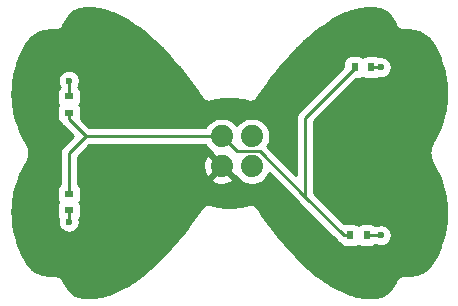
<source format=gbr>
G04 #@! TF.GenerationSoftware,KiCad,Pcbnew,5.1.2*
G04 #@! TF.CreationDate,2019-06-28T20:41:13-07:00*
G04 #@! TF.ProjectId,bow-tie.svg.2019_06_28_19_52_47.0,626f772d-7469-4652-9e73-76672e323031,rev?*
G04 #@! TF.SameCoordinates,Original*
G04 #@! TF.FileFunction,Copper,L2,Bot*
G04 #@! TF.FilePolarity,Positive*
%FSLAX46Y46*%
G04 Gerber Fmt 4.6, Leading zero omitted, Abs format (unit mm)*
G04 Created by KiCad (PCBNEW 5.1.2) date 2019-06-28 20:41:13*
%MOMM*%
%LPD*%
G04 APERTURE LIST*
%ADD10C,1.879600*%
%ADD11R,0.800000X0.600000*%
%ADD12R,0.600000X0.800000*%
%ADD13C,0.600000*%
%ADD14C,0.250000*%
%ADD15C,0.254000*%
G04 APERTURE END LIST*
D10*
X-635000Y1397000D03*
X-635000Y-1143000D03*
X1905000Y1397000D03*
X1905000Y-1143000D03*
D11*
X-13589000Y-4891000D03*
X-13589000Y-3491000D03*
X-13589000Y3364000D03*
X-13589000Y4764000D03*
D12*
X12003000Y7239000D03*
X10603000Y7239000D03*
X10222000Y-6985000D03*
X11622000Y-6985000D03*
D13*
X-13589000Y-5842000D03*
X15748000Y-5842000D03*
X15748000Y6096000D03*
X-10668000Y7239000D03*
X-10668000Y-6985000D03*
X-13589000Y6096000D03*
X12827000Y7239000D03*
X12827000Y-6985000D03*
D14*
X-13589000Y-5842000D02*
X-13589000Y-4891000D01*
X-13589000Y6096000D02*
X-13589000Y4764000D01*
X12003000Y7239000D02*
X12827000Y7239000D01*
X11622000Y-6985000D02*
X12827000Y-6985000D01*
X-12172000Y1397000D02*
X-13589000Y2814000D01*
X-13589000Y2814000D02*
X-13589000Y3364000D01*
X-635000Y1397000D02*
X-12172000Y1397000D01*
X-13589000Y-20000D02*
X-13589000Y-3491000D01*
X-12172000Y1397000D02*
X-13589000Y-20000D01*
X9672000Y-6985000D02*
X10222000Y-6985000D01*
X629801Y132199D02*
X2554801Y132199D01*
X-635000Y1397000D02*
X629801Y132199D01*
X6423500Y2959500D02*
X6423500Y-3736500D01*
X10603000Y7139000D02*
X6423500Y2959500D01*
X10603000Y7239000D02*
X10603000Y7139000D01*
X2554801Y132199D02*
X6423500Y-3736500D01*
X6423500Y-3736500D02*
X9672000Y-6985000D01*
D15*
G36*
X11952867Y12232566D02*
G01*
X12125541Y12225448D01*
X12297458Y12211321D01*
X12469101Y12190051D01*
X12634606Y12162498D01*
X12740391Y12138343D01*
X12839525Y12107630D01*
X12938059Y12068884D01*
X13036000Y12021955D01*
X13133186Y11966714D01*
X13229423Y11903028D01*
X13324395Y11830825D01*
X13417781Y11750034D01*
X13509141Y11660703D01*
X13598076Y11562862D01*
X13684122Y11456642D01*
X13766880Y11342125D01*
X13845872Y11219534D01*
X13920685Y11089037D01*
X13990891Y10950863D01*
X14040205Y10840700D01*
X14043329Y10828947D01*
X14067730Y10779213D01*
X14076549Y10759513D01*
X14082544Y10749021D01*
X14102764Y10707808D01*
X14115947Y10690556D01*
X14126714Y10671710D01*
X14156818Y10637067D01*
X14184689Y10600593D01*
X14200981Y10586246D01*
X14215221Y10569860D01*
X14251507Y10541755D01*
X14285956Y10511420D01*
X14304735Y10500527D01*
X14321898Y10487234D01*
X14362976Y10466746D01*
X14402676Y10443718D01*
X14423219Y10436698D01*
X14442645Y10427009D01*
X14486917Y10414931D01*
X14530360Y10400086D01*
X14551882Y10397208D01*
X14572821Y10391496D01*
X14618598Y10388288D01*
X14630591Y10386684D01*
X14652191Y10385933D01*
X14707423Y10382062D01*
X14719480Y10383594D01*
X14872340Y10378280D01*
X15071453Y10366490D01*
X15269214Y10349549D01*
X15460755Y10327688D01*
X15613651Y10303292D01*
X15758392Y10271083D01*
X15900277Y10230385D01*
X16038961Y10181426D01*
X16174129Y10124423D01*
X16305463Y10059592D01*
X16432581Y9987178D01*
X16555169Y9907393D01*
X16672844Y9820500D01*
X16785245Y9726749D01*
X16892062Y9626356D01*
X16992937Y9519578D01*
X17087518Y9406680D01*
X17175513Y9287849D01*
X17256594Y9163315D01*
X17332425Y9029796D01*
X17489968Y8717524D01*
X17568317Y8550362D01*
X17647591Y8371779D01*
X17725860Y8184790D01*
X17802447Y7989759D01*
X17876740Y7786895D01*
X17948071Y7576571D01*
X18015855Y7358939D01*
X18079439Y7134361D01*
X18138225Y6903035D01*
X18191594Y6665239D01*
X18238931Y6421253D01*
X18279646Y6171255D01*
X18313125Y5915550D01*
X18338777Y5654305D01*
X18355999Y5387826D01*
X18364200Y5116207D01*
X18362780Y4839684D01*
X18351133Y4558421D01*
X18328652Y4272598D01*
X18294717Y3982352D01*
X18248706Y3687842D01*
X18189975Y3389180D01*
X18117874Y3086499D01*
X18031726Y2779890D01*
X17930854Y2469497D01*
X17814544Y2155404D01*
X17682085Y1837746D01*
X17532750Y1516662D01*
X17364218Y1189232D01*
X17275537Y1028830D01*
X17189893Y880877D01*
X17185266Y874098D01*
X17173061Y851798D01*
X17160301Y829755D01*
X17156900Y822270D01*
X17140984Y793190D01*
X17129209Y773146D01*
X17124844Y763701D01*
X17119847Y754572D01*
X17110738Y733183D01*
X17090801Y690048D01*
X17080471Y669390D01*
X17076707Y659556D01*
X17072280Y649977D01*
X17064679Y628126D01*
X17047972Y584473D01*
X17039083Y563247D01*
X17035945Y553046D01*
X17032137Y543096D01*
X17026069Y520941D01*
X17012486Y476786D01*
X17005078Y455150D01*
X17002601Y444653D01*
X16999431Y434347D01*
X16994883Y411940D01*
X16984393Y367478D01*
X16978466Y345505D01*
X16976675Y334769D01*
X16974174Y324168D01*
X16971143Y301604D01*
X16963691Y256927D01*
X16959245Y234681D01*
X16958161Y223773D01*
X16956357Y212959D01*
X16954836Y190320D01*
X16950379Y145487D01*
X16947420Y123056D01*
X16947057Y112065D01*
X16945967Y101095D01*
X16945947Y78440D01*
X16944466Y33578D01*
X16942992Y11001D01*
X16943356Y-21D01*
X16942992Y-11049D01*
X16944466Y-33626D01*
X16945947Y-78488D01*
X16945967Y-101143D01*
X16947057Y-112109D01*
X16947420Y-123104D01*
X16950379Y-145535D01*
X16954836Y-190368D01*
X16956357Y-213007D01*
X16958161Y-223821D01*
X16959245Y-234729D01*
X16963691Y-256975D01*
X16971143Y-301652D01*
X16974174Y-324216D01*
X16976675Y-334817D01*
X16978466Y-345553D01*
X16984393Y-367526D01*
X16994883Y-411988D01*
X16999431Y-434395D01*
X17002601Y-444701D01*
X17005078Y-455198D01*
X17012486Y-476834D01*
X17026069Y-520989D01*
X17032137Y-543144D01*
X17035945Y-553094D01*
X17039083Y-563295D01*
X17047972Y-584521D01*
X17064679Y-628174D01*
X17072280Y-650025D01*
X17076707Y-659604D01*
X17080471Y-669438D01*
X17090801Y-690096D01*
X17110738Y-733231D01*
X17119847Y-754620D01*
X17124844Y-763749D01*
X17129209Y-773194D01*
X17140984Y-793238D01*
X17156900Y-822319D01*
X17160302Y-829805D01*
X17173063Y-851850D01*
X17185266Y-874146D01*
X17189893Y-880924D01*
X17275542Y-1028887D01*
X17364222Y-1189286D01*
X17532740Y-1516694D01*
X17682078Y-1837787D01*
X17814528Y-2155426D01*
X17930825Y-2469495D01*
X18031700Y-2779910D01*
X18117834Y-3086486D01*
X18189934Y-3389183D01*
X18248656Y-3687837D01*
X18294658Y-3982341D01*
X18328584Y-4272579D01*
X18351054Y-4558360D01*
X18362692Y-4839614D01*
X18364106Y-5116134D01*
X18355899Y-5387744D01*
X18338668Y-5654242D01*
X18313010Y-5915473D01*
X18279524Y-6171191D01*
X18238814Y-6421134D01*
X18191469Y-6665140D01*
X18138099Y-6902941D01*
X18079312Y-7134273D01*
X18015716Y-7358899D01*
X17947946Y-7576504D01*
X17876606Y-7786872D01*
X17802329Y-7989725D01*
X17725750Y-8184772D01*
X17647484Y-8371798D01*
X17568208Y-8550433D01*
X17489883Y-8717601D01*
X17332415Y-9029857D01*
X17256632Y-9163250D01*
X17175550Y-9287759D01*
X17087546Y-9406583D01*
X16992948Y-9519492D01*
X16892061Y-9626275D01*
X16785248Y-9726666D01*
X16672816Y-9820448D01*
X16555133Y-9907357D01*
X16432538Y-9987157D01*
X16305408Y-10059592D01*
X16174076Y-10124436D01*
X16038897Y-10181457D01*
X15900226Y-10230424D01*
X15758361Y-10271126D01*
X15613640Y-10303339D01*
X15460802Y-10327728D01*
X15268967Y-10349587D01*
X15070719Y-10366746D01*
X14871758Y-10378751D01*
X14719299Y-10384136D01*
X14707433Y-10382628D01*
X14651995Y-10386513D01*
X14630213Y-10387282D01*
X14618422Y-10388865D01*
X14572831Y-10392060D01*
X14551698Y-10397825D01*
X14529989Y-10400740D01*
X14486748Y-10415543D01*
X14442655Y-10427571D01*
X14423053Y-10437348D01*
X14402329Y-10444442D01*
X14362814Y-10467392D01*
X14321907Y-10487794D01*
X14304586Y-10501209D01*
X14285647Y-10512209D01*
X14251362Y-10542433D01*
X14215229Y-10570419D01*
X14200861Y-10586952D01*
X14184429Y-10601438D01*
X14156697Y-10637773D01*
X14126720Y-10672267D01*
X14115855Y-10691283D01*
X14102563Y-10708698D01*
X14082456Y-10749737D01*
X14076553Y-10760069D01*
X14067643Y-10779971D01*
X14043196Y-10829870D01*
X14040131Y-10841429D01*
X13990894Y-10951414D01*
X13920705Y-11089542D01*
X13845901Y-11220003D01*
X13766918Y-11342555D01*
X13684190Y-11456998D01*
X13598145Y-11563182D01*
X13509227Y-11660969D01*
X13417880Y-11750251D01*
X13324522Y-11830981D01*
X13229551Y-11903150D01*
X13133309Y-11966807D01*
X13036112Y-12022026D01*
X12938175Y-12068930D01*
X12839606Y-12107673D01*
X12740434Y-12138388D01*
X12634634Y-12162542D01*
X12470415Y-12189874D01*
X12300001Y-12211006D01*
X12129240Y-12225091D01*
X11958052Y-12232257D01*
X11786379Y-12232616D01*
X11614154Y-12226271D01*
X11441345Y-12213316D01*
X11267885Y-12193834D01*
X11093786Y-12167910D01*
X10919076Y-12135628D01*
X10743698Y-12097059D01*
X10567770Y-12052304D01*
X10391281Y-12001440D01*
X10214281Y-11944560D01*
X10036861Y-11881773D01*
X9859076Y-11813179D01*
X9680966Y-11738878D01*
X9502665Y-11659012D01*
X9324219Y-11573689D01*
X9145637Y-11483000D01*
X8967167Y-11387163D01*
X8788765Y-11286251D01*
X8610535Y-11180418D01*
X8432593Y-11069829D01*
X8254960Y-10954597D01*
X8080221Y-10836563D01*
X7724876Y-10582582D01*
X7374818Y-10314525D01*
X7027965Y-10031780D01*
X6684906Y-9735676D01*
X6346230Y-9427590D01*
X6012473Y-9108882D01*
X5684105Y-8780871D01*
X5361617Y-8444917D01*
X5045521Y-8102421D01*
X4736289Y-7754757D01*
X4434345Y-7403263D01*
X4140144Y-7049315D01*
X3854170Y-6694341D01*
X3576828Y-6339686D01*
X3308466Y-5986613D01*
X3049598Y-5636617D01*
X2800668Y-5291109D01*
X2562001Y-4951343D01*
X2335895Y-4621434D01*
X2302864Y-4571014D01*
X2274155Y-4541778D01*
X2247784Y-4510406D01*
X2226991Y-4493748D01*
X2208324Y-4474738D01*
X2174458Y-4451661D01*
X2142477Y-4426040D01*
X2118833Y-4413758D01*
X2096817Y-4398756D01*
X2059106Y-4382732D01*
X2022735Y-4363839D01*
X1997148Y-4356405D01*
X1972631Y-4345988D01*
X1932515Y-4337628D01*
X1893160Y-4326195D01*
X1866617Y-4323896D01*
X1840535Y-4318461D01*
X1799562Y-4318088D01*
X1758731Y-4314552D01*
X1732246Y-4317476D01*
X1705607Y-4317234D01*
X1665342Y-4324863D01*
X1624613Y-4329360D01*
X1567156Y-4347531D01*
X1387737Y-4400181D01*
X1212277Y-4444510D01*
X1035323Y-4482147D01*
X857049Y-4513063D01*
X677682Y-4537223D01*
X497394Y-4554596D01*
X316428Y-4565146D01*
X145879Y-4568622D01*
X101013Y-4566403D01*
X100804Y-4566351D01*
X34560Y-4563118D01*
X246Y-4561421D01*
X24Y-4561432D01*
X-199Y-4561421D01*
X-34526Y-4563118D01*
X-100756Y-4566351D01*
X-100965Y-4566403D01*
X-145834Y-4568622D01*
X-316351Y-4565145D01*
X-497345Y-4554592D01*
X-677626Y-4537220D01*
X-856988Y-4513062D01*
X-1035289Y-4482142D01*
X-1212236Y-4444508D01*
X-1387673Y-4400185D01*
X-1567096Y-4347535D01*
X-1624564Y-4329360D01*
X-1665291Y-4324864D01*
X-1705559Y-4317234D01*
X-1732204Y-4317476D01*
X-1758683Y-4314553D01*
X-1799501Y-4318088D01*
X-1840486Y-4318461D01*
X-1866575Y-4323898D01*
X-1893112Y-4326196D01*
X-1932457Y-4337627D01*
X-1972582Y-4345988D01*
X-1997104Y-4356408D01*
X-2022687Y-4363840D01*
X-2059055Y-4382731D01*
X-2096768Y-4398756D01*
X-2118782Y-4413757D01*
X-2142429Y-4426040D01*
X-2174414Y-4451665D01*
X-2208275Y-4474738D01*
X-2226942Y-4493747D01*
X-2247735Y-4510406D01*
X-2274106Y-4541778D01*
X-2302815Y-4571014D01*
X-2335847Y-4621436D01*
X-2561900Y-4951268D01*
X-2800619Y-5291109D01*
X-3049609Y-5636700D01*
X-3308446Y-5986652D01*
X-3576794Y-6339706D01*
X-3854144Y-6694371D01*
X-4140149Y-7049380D01*
X-4434316Y-7403285D01*
X-4736239Y-7754755D01*
X-5045496Y-8102446D01*
X-5361591Y-8444941D01*
X-5684055Y-8780869D01*
X-6012425Y-9108882D01*
X-6346182Y-9427590D01*
X-6684876Y-9735693D01*
X-7027899Y-10031765D01*
X-7374749Y-10314509D01*
X-7724835Y-10582586D01*
X-8080175Y-10836564D01*
X-8254907Y-10954594D01*
X-8432520Y-11069814D01*
X-8610497Y-11180424D01*
X-8788717Y-11286251D01*
X-8967103Y-11387154D01*
X-9145609Y-11483011D01*
X-9324170Y-11573689D01*
X-9502600Y-11659004D01*
X-9680922Y-11738881D01*
X-9859038Y-11813183D01*
X-10036817Y-11881774D01*
X-10214233Y-11944560D01*
X-10391219Y-12001436D01*
X-10567711Y-12052301D01*
X-10743641Y-12097057D01*
X-10919029Y-12135629D01*
X-11093735Y-12167909D01*
X-11267834Y-12193833D01*
X-11441290Y-12213315D01*
X-11614127Y-12226271D01*
X-11786330Y-12232616D01*
X-11958003Y-12232257D01*
X-12129193Y-12225091D01*
X-12299950Y-12211006D01*
X-12470364Y-12189874D01*
X-12634584Y-12162542D01*
X-12740383Y-12138388D01*
X-12839557Y-12107673D01*
X-12938125Y-12068931D01*
X-13036069Y-12022022D01*
X-13133266Y-11966803D01*
X-13229500Y-11903151D01*
X-13324477Y-11830977D01*
X-13417836Y-11750247D01*
X-13509179Y-11660969D01*
X-13598097Y-11563182D01*
X-13684140Y-11457000D01*
X-13766879Y-11342541D01*
X-13845859Y-11219995D01*
X-13920651Y-11089554D01*
X-13990853Y-10951400D01*
X-14040083Y-10841431D01*
X-14043150Y-10829867D01*
X-14067606Y-10779952D01*
X-14076508Y-10760067D01*
X-14082409Y-10749740D01*
X-14102518Y-10708696D01*
X-14115807Y-10691285D01*
X-14126674Y-10672265D01*
X-14156656Y-10637764D01*
X-14184384Y-10601436D01*
X-14200815Y-10586951D01*
X-14215184Y-10570417D01*
X-14251317Y-10542432D01*
X-14285603Y-10512207D01*
X-14304546Y-10501205D01*
X-14321863Y-10487793D01*
X-14362758Y-10467397D01*
X-14402285Y-10444440D01*
X-14423014Y-10437344D01*
X-14442611Y-10427570D01*
X-14486699Y-10415543D01*
X-14529945Y-10400739D01*
X-14551653Y-10397824D01*
X-14572787Y-10392059D01*
X-14618384Y-10388864D01*
X-14630168Y-10387282D01*
X-14651939Y-10386513D01*
X-14707390Y-10382628D01*
X-14719257Y-10384136D01*
X-14871712Y-10378752D01*
X-15070687Y-10366746D01*
X-15268914Y-10349588D01*
X-15460753Y-10327728D01*
X-15613592Y-10303339D01*
X-15758315Y-10271126D01*
X-15900168Y-10230427D01*
X-16038852Y-10181456D01*
X-16174033Y-10124434D01*
X-16305358Y-10059593D01*
X-16432494Y-9987154D01*
X-16555084Y-9907358D01*
X-16672762Y-9820452D01*
X-16785199Y-9726665D01*
X-16892015Y-9626273D01*
X-16992895Y-9519497D01*
X-17087499Y-9406581D01*
X-17175500Y-9287761D01*
X-17256587Y-9163245D01*
X-17332366Y-9029856D01*
X-17489830Y-8717611D01*
X-17568159Y-8550433D01*
X-17647436Y-8371794D01*
X-17725684Y-8184816D01*
X-17802278Y-7989732D01*
X-17876560Y-7786866D01*
X-17947900Y-7576494D01*
X-18015664Y-7358913D01*
X-18079259Y-7134289D01*
X-18138051Y-6902939D01*
X-18191420Y-6665145D01*
X-18238765Y-6421138D01*
X-18279475Y-6171198D01*
X-18312962Y-5915475D01*
X-18338620Y-5654244D01*
X-18355851Y-5387743D01*
X-18364058Y-5116134D01*
X-18362644Y-4839615D01*
X-18351006Y-4558360D01*
X-18328536Y-4272577D01*
X-18294610Y-3982339D01*
X-18248608Y-3687843D01*
X-18189885Y-3389185D01*
X-18117786Y-3086487D01*
X-18031652Y-2779912D01*
X-17930780Y-2469508D01*
X-17814474Y-2155415D01*
X-17682023Y-1837772D01*
X-17532699Y-1516709D01*
X-17364162Y-1189267D01*
X-17275490Y-1028879D01*
X-17189848Y-880929D01*
X-17185218Y-874146D01*
X-17173004Y-851830D01*
X-17160254Y-829804D01*
X-17156855Y-822326D01*
X-17140930Y-793229D01*
X-17129161Y-773194D01*
X-17124798Y-763755D01*
X-17119799Y-754621D01*
X-17110689Y-733228D01*
X-17090761Y-690113D01*
X-17080422Y-669438D01*
X-17076654Y-659592D01*
X-17072232Y-650025D01*
X-17064638Y-628194D01*
X-17047919Y-584509D01*
X-17039035Y-563295D01*
X-17035897Y-553095D01*
X-17032089Y-543144D01*
X-17026021Y-520989D01*
X-17012438Y-476834D01*
X-17005030Y-455198D01*
X-17002553Y-444701D01*
X-16999383Y-434395D01*
X-16994835Y-411988D01*
X-16984341Y-367512D01*
X-16978416Y-345543D01*
X-16976627Y-334815D01*
X-16974126Y-324216D01*
X-16971094Y-301641D01*
X-16963644Y-256975D01*
X-16959198Y-234729D01*
X-16958113Y-223813D01*
X-16956309Y-212997D01*
X-16954789Y-190367D01*
X-16950332Y-145533D01*
X-16947374Y-123114D01*
X-16947011Y-112119D01*
X-16945920Y-101145D01*
X-16945900Y-78488D01*
X-16944418Y-33623D01*
X-16942944Y-11039D01*
X-16943308Y-21D01*
X-16942944Y10991D01*
X-16944418Y33575D01*
X-16945900Y78440D01*
X-16945920Y101097D01*
X-16947011Y112071D01*
X-16947374Y123066D01*
X-16950332Y145485D01*
X-16954789Y190319D01*
X-16956309Y212949D01*
X-16958113Y223765D01*
X-16959198Y234681D01*
X-16963644Y256927D01*
X-16971094Y301593D01*
X-16974126Y324168D01*
X-16976627Y334767D01*
X-16978416Y345495D01*
X-16984341Y367464D01*
X-16994835Y411940D01*
X-16999383Y434347D01*
X-17002553Y444653D01*
X-17005030Y455150D01*
X-17012438Y476786D01*
X-17026021Y520941D01*
X-17032089Y543096D01*
X-17035897Y553047D01*
X-17039035Y563247D01*
X-17047919Y584461D01*
X-17064638Y628146D01*
X-17072232Y649977D01*
X-17076654Y659544D01*
X-17080422Y669390D01*
X-17090761Y690065D01*
X-17110689Y733180D01*
X-17119799Y754573D01*
X-17124798Y763707D01*
X-17129161Y773146D01*
X-17140930Y793181D01*
X-17156858Y822282D01*
X-17160254Y829755D01*
X-17172995Y851766D01*
X-17185218Y874098D01*
X-17189850Y880884D01*
X-17275486Y1028824D01*
X-17364170Y1189232D01*
X-17532698Y1516655D01*
X-17682030Y1837731D01*
X-17814489Y2155386D01*
X-17930804Y2469493D01*
X-18031676Y2779886D01*
X-18117823Y3086489D01*
X-18189925Y3389172D01*
X-18248658Y3687844D01*
X-18294669Y3982352D01*
X-18328602Y4272586D01*
X-18351085Y4558430D01*
X-18362732Y4839684D01*
X-18363883Y5064000D01*
X-14627072Y5064000D01*
X-14627072Y4464000D01*
X-14614812Y4339518D01*
X-14578502Y4219820D01*
X-14519537Y4109506D01*
X-14482191Y4064000D01*
X-14519537Y4018494D01*
X-14578502Y3908180D01*
X-14614812Y3788482D01*
X-14627072Y3664000D01*
X-14627072Y3064000D01*
X-14614812Y2939518D01*
X-14578502Y2819820D01*
X-14519537Y2709506D01*
X-14440185Y2612815D01*
X-14343494Y2533463D01*
X-14283729Y2501518D01*
X-14223974Y2389724D01*
X-14196991Y2356846D01*
X-14129001Y2273999D01*
X-14099997Y2250196D01*
X-13246802Y1397000D01*
X-14099997Y543804D01*
X-14129001Y520001D01*
X-14171753Y467907D01*
X-14223974Y404276D01*
X-14291873Y277246D01*
X-14294546Y272246D01*
X-14338003Y128985D01*
X-14349000Y17332D01*
X-14349000Y17322D01*
X-14352676Y-20000D01*
X-14349000Y-57323D01*
X-14348999Y-2664981D01*
X-14440185Y-2739815D01*
X-14519537Y-2836506D01*
X-14578502Y-2946820D01*
X-14614812Y-3066518D01*
X-14627072Y-3191000D01*
X-14627072Y-3791000D01*
X-14614812Y-3915482D01*
X-14578502Y-4035180D01*
X-14519537Y-4145494D01*
X-14482191Y-4191000D01*
X-14519537Y-4236506D01*
X-14578502Y-4346820D01*
X-14614812Y-4466518D01*
X-14627072Y-4591000D01*
X-14627072Y-5191000D01*
X-14614812Y-5315482D01*
X-14578502Y-5435180D01*
X-14519537Y-5545494D01*
X-14490400Y-5580997D01*
X-14524000Y-5749911D01*
X-14524000Y-5934089D01*
X-14488068Y-6114729D01*
X-14417586Y-6284889D01*
X-14315262Y-6438028D01*
X-14185028Y-6568262D01*
X-14031889Y-6670586D01*
X-13861729Y-6741068D01*
X-13681089Y-6777000D01*
X-13496911Y-6777000D01*
X-13316271Y-6741068D01*
X-13146111Y-6670586D01*
X-12992972Y-6568262D01*
X-12862738Y-6438028D01*
X-12760414Y-6284889D01*
X-12689932Y-6114729D01*
X-12654000Y-5934089D01*
X-12654000Y-5749911D01*
X-12687600Y-5580997D01*
X-12658463Y-5545494D01*
X-12599498Y-5435180D01*
X-12563188Y-5315482D01*
X-12550928Y-5191000D01*
X-12550928Y-4591000D01*
X-12563188Y-4466518D01*
X-12599498Y-4346820D01*
X-12658463Y-4236506D01*
X-12695809Y-4191000D01*
X-12658463Y-4145494D01*
X-12599498Y-4035180D01*
X-12563188Y-3915482D01*
X-12550928Y-3791000D01*
X-12550928Y-3191000D01*
X-12563188Y-3066518D01*
X-12599498Y-2946820D01*
X-12658463Y-2836506D01*
X-12737815Y-2739815D01*
X-12829000Y-2664982D01*
X-12829000Y-2235476D01*
X-1547871Y-2235476D01*
X-1459377Y-2493723D01*
X-1180024Y-2628597D01*
X-879725Y-2706381D01*
X-570023Y-2724084D01*
X-262816Y-2681027D01*
X30086Y-2578865D01*
X189377Y-2493723D01*
X277871Y-2235476D01*
X-635000Y-1322605D01*
X-1547871Y-2235476D01*
X-12829000Y-2235476D01*
X-12829000Y-1207977D01*
X-2216084Y-1207977D01*
X-2173027Y-1515184D01*
X-2070865Y-1808086D01*
X-1985723Y-1967377D01*
X-1727476Y-2055871D01*
X-814605Y-1143000D01*
X-1727476Y-230129D01*
X-1985723Y-318623D01*
X-2120597Y-597976D01*
X-2198381Y-898275D01*
X-2216084Y-1207977D01*
X-12829000Y-1207977D01*
X-12829000Y-334801D01*
X-11857198Y637000D01*
X-2021181Y637000D01*
X-1858227Y393123D01*
X-1638877Y173773D01*
X-1502286Y82505D01*
X-1547871Y-50524D01*
X-635000Y-963395D01*
X-620858Y-949253D01*
X-441253Y-1128858D01*
X-455395Y-1143000D01*
X457476Y-2055871D01*
X590505Y-2010286D01*
X681773Y-2146877D01*
X901123Y-2366227D01*
X1159052Y-2538570D01*
X1445648Y-2657282D01*
X1749896Y-2717800D01*
X2060104Y-2717800D01*
X2364352Y-2657282D01*
X2650948Y-2538570D01*
X2908877Y-2366227D01*
X3128227Y-2146877D01*
X3300570Y-1888948D01*
X3359318Y-1747119D01*
X5859706Y-4247508D01*
X5883500Y-4276501D01*
X5912493Y-4300295D01*
X9108201Y-7496003D01*
X9131999Y-7525001D01*
X9247724Y-7619974D01*
X9359518Y-7679730D01*
X9391463Y-7739494D01*
X9470815Y-7836185D01*
X9567506Y-7915537D01*
X9677820Y-7974502D01*
X9797518Y-8010812D01*
X9922000Y-8023072D01*
X10522000Y-8023072D01*
X10646482Y-8010812D01*
X10766180Y-7974502D01*
X10876494Y-7915537D01*
X10922000Y-7878191D01*
X10967506Y-7915537D01*
X11077820Y-7974502D01*
X11197518Y-8010812D01*
X11322000Y-8023072D01*
X11922000Y-8023072D01*
X12046482Y-8010812D01*
X12166180Y-7974502D01*
X12276494Y-7915537D01*
X12373185Y-7836185D01*
X12389798Y-7815942D01*
X12554271Y-7884068D01*
X12734911Y-7920000D01*
X12919089Y-7920000D01*
X13099729Y-7884068D01*
X13269889Y-7813586D01*
X13423028Y-7711262D01*
X13553262Y-7581028D01*
X13655586Y-7427889D01*
X13726068Y-7257729D01*
X13762000Y-7077089D01*
X13762000Y-6892911D01*
X13726068Y-6712271D01*
X13655586Y-6542111D01*
X13553262Y-6388972D01*
X13423028Y-6258738D01*
X13269889Y-6156414D01*
X13099729Y-6085932D01*
X12919089Y-6050000D01*
X12734911Y-6050000D01*
X12554271Y-6085932D01*
X12389798Y-6154058D01*
X12373185Y-6133815D01*
X12276494Y-6054463D01*
X12166180Y-5995498D01*
X12046482Y-5959188D01*
X11922000Y-5946928D01*
X11322000Y-5946928D01*
X11197518Y-5959188D01*
X11077820Y-5995498D01*
X10967506Y-6054463D01*
X10922000Y-6091809D01*
X10876494Y-6054463D01*
X10766180Y-5995498D01*
X10646482Y-5959188D01*
X10522000Y-5946928D01*
X9922000Y-5946928D01*
X9797518Y-5959188D01*
X9738801Y-5977000D01*
X7183500Y-3421699D01*
X7183500Y2644699D01*
X10739730Y6200928D01*
X10903000Y6200928D01*
X11027482Y6213188D01*
X11147180Y6249498D01*
X11257494Y6308463D01*
X11303000Y6345809D01*
X11348506Y6308463D01*
X11458820Y6249498D01*
X11578518Y6213188D01*
X11703000Y6200928D01*
X12303000Y6200928D01*
X12427482Y6213188D01*
X12547180Y6249498D01*
X12657494Y6308463D01*
X12668220Y6317266D01*
X12734911Y6304000D01*
X12919089Y6304000D01*
X13099729Y6339932D01*
X13269889Y6410414D01*
X13423028Y6512738D01*
X13553262Y6642972D01*
X13655586Y6796111D01*
X13726068Y6966271D01*
X13762000Y7146911D01*
X13762000Y7331089D01*
X13726068Y7511729D01*
X13655586Y7681889D01*
X13553262Y7835028D01*
X13423028Y7965262D01*
X13269889Y8067586D01*
X13099729Y8138068D01*
X12919089Y8174000D01*
X12734911Y8174000D01*
X12668220Y8160734D01*
X12657494Y8169537D01*
X12547180Y8228502D01*
X12427482Y8264812D01*
X12303000Y8277072D01*
X11703000Y8277072D01*
X11578518Y8264812D01*
X11458820Y8228502D01*
X11348506Y8169537D01*
X11303000Y8132191D01*
X11257494Y8169537D01*
X11147180Y8228502D01*
X11027482Y8264812D01*
X10903000Y8277072D01*
X10303000Y8277072D01*
X10178518Y8264812D01*
X10058820Y8228502D01*
X9948506Y8169537D01*
X9851815Y8090185D01*
X9772463Y7993494D01*
X9713498Y7883180D01*
X9677188Y7763482D01*
X9664928Y7639000D01*
X9664928Y7275730D01*
X5912503Y3523304D01*
X5883499Y3499501D01*
X5830683Y3435144D01*
X5788526Y3383776D01*
X5737689Y3288667D01*
X5717954Y3251746D01*
X5674497Y3108485D01*
X5663500Y2996832D01*
X5663500Y2996822D01*
X5659824Y2959500D01*
X5663500Y2922177D01*
X5663501Y-1901699D01*
X3224538Y537263D01*
X3300570Y651052D01*
X3419282Y937648D01*
X3479800Y1241896D01*
X3479800Y1552104D01*
X3419282Y1856352D01*
X3300570Y2142948D01*
X3128227Y2400877D01*
X2908877Y2620227D01*
X2650948Y2792570D01*
X2364352Y2911282D01*
X2060104Y2971800D01*
X1749896Y2971800D01*
X1445648Y2911282D01*
X1159052Y2792570D01*
X901123Y2620227D01*
X681773Y2400877D01*
X635000Y2330876D01*
X588227Y2400877D01*
X368877Y2620227D01*
X110948Y2792570D01*
X-175648Y2911282D01*
X-479896Y2971800D01*
X-790104Y2971800D01*
X-1094352Y2911282D01*
X-1380948Y2792570D01*
X-1638877Y2620227D01*
X-1858227Y2400877D01*
X-2021181Y2157000D01*
X-11857198Y2157000D01*
X-12581000Y2880801D01*
X-12563188Y2939518D01*
X-12550928Y3064000D01*
X-12550928Y3664000D01*
X-12563188Y3788482D01*
X-12599498Y3908180D01*
X-12658463Y4018494D01*
X-12695809Y4064000D01*
X-12658463Y4109506D01*
X-12599498Y4219820D01*
X-12563188Y4339518D01*
X-12550928Y4464000D01*
X-12550928Y5064000D01*
X-12563188Y5188482D01*
X-12599498Y5308180D01*
X-12658463Y5418494D01*
X-12737815Y5515185D01*
X-12811931Y5576010D01*
X-12760414Y5653111D01*
X-12689932Y5823271D01*
X-12654000Y6003911D01*
X-12654000Y6188089D01*
X-12689932Y6368729D01*
X-12760414Y6538889D01*
X-12862738Y6692028D01*
X-12992972Y6822262D01*
X-13146111Y6924586D01*
X-13316271Y6995068D01*
X-13496911Y7031000D01*
X-13681089Y7031000D01*
X-13861729Y6995068D01*
X-14031889Y6924586D01*
X-14185028Y6822262D01*
X-14315262Y6692028D01*
X-14417586Y6538889D01*
X-14488068Y6368729D01*
X-14524000Y6188089D01*
X-14524000Y6003911D01*
X-14488068Y5823271D01*
X-14417586Y5653111D01*
X-14366069Y5576010D01*
X-14440185Y5515185D01*
X-14519537Y5418494D01*
X-14578502Y5308180D01*
X-14614812Y5188482D01*
X-14627072Y5064000D01*
X-18363883Y5064000D01*
X-18364152Y5116207D01*
X-18355951Y5387826D01*
X-18338729Y5654308D01*
X-18313075Y5915566D01*
X-18279594Y6171277D01*
X-18238885Y6421246D01*
X-18191545Y6665244D01*
X-18138177Y6903033D01*
X-18079391Y7134360D01*
X-18015804Y7358947D01*
X-17948023Y7576569D01*
X-17876668Y7786960D01*
X-17802395Y7989767D01*
X-17725812Y8184790D01*
X-17647549Y8371764D01*
X-17568251Y8550399D01*
X-17489926Y8717509D01*
X-17332369Y9029807D01*
X-17256544Y9163316D01*
X-17175464Y9287849D01*
X-17087470Y9406679D01*
X-16992878Y9519590D01*
X-16892018Y9626351D01*
X-16785206Y9726739D01*
X-16672781Y9820510D01*
X-16555112Y9907399D01*
X-16432538Y9987174D01*
X-16305412Y10059593D01*
X-16174080Y10124423D01*
X-16038912Y10181426D01*
X-15900224Y10230386D01*
X-15758340Y10271083D01*
X-15613604Y10303292D01*
X-15460704Y10327689D01*
X-15269163Y10349550D01*
X-15071404Y10366490D01*
X-14872293Y10378280D01*
X-14719436Y10383594D01*
X-14707379Y10382062D01*
X-14652138Y10385933D01*
X-14630544Y10386684D01*
X-14618558Y10388287D01*
X-14572777Y10391495D01*
X-14551833Y10397209D01*
X-14530313Y10400086D01*
X-14486881Y10414927D01*
X-14442601Y10427007D01*
X-14423171Y10436698D01*
X-14402628Y10443718D01*
X-14362930Y10466744D01*
X-14321854Y10487232D01*
X-14304690Y10500526D01*
X-14285909Y10511420D01*
X-14251457Y10541758D01*
X-14215177Y10569858D01*
X-14200938Y10586243D01*
X-14184642Y10600593D01*
X-14156768Y10637071D01*
X-14126669Y10671707D01*
X-14115902Y10690551D01*
X-14102716Y10707808D01*
X-14082496Y10749022D01*
X-14076503Y10759510D01*
X-14067683Y10779213D01*
X-14043282Y10828947D01*
X-14040159Y10840697D01*
X-13990842Y10950864D01*
X-13920643Y11089028D01*
X-13845825Y11219533D01*
X-13766835Y11342121D01*
X-13684076Y11456640D01*
X-13598023Y11562868D01*
X-13509095Y11660701D01*
X-13417722Y11750045D01*
X-13324355Y11830818D01*
X-13229373Y11903029D01*
X-13133148Y11966707D01*
X-13035945Y12021958D01*
X-12938010Y12068884D01*
X-12839476Y12107630D01*
X-12740342Y12138343D01*
X-12634556Y12162499D01*
X-12469037Y12190053D01*
X-12297407Y12211321D01*
X-12125494Y12225448D01*
X-11953628Y12232533D01*
X-11934074Y12232533D01*
X-11933270Y12232612D01*
X-11792272Y12232944D01*
X-11630721Y12227421D01*
X-11468660Y12216073D01*
X-11306027Y12198970D01*
X-11142863Y12176186D01*
X-10979106Y12147779D01*
X-10814843Y12113829D01*
X-10650029Y12074395D01*
X-10484695Y12029546D01*
X-10318946Y11979375D01*
X-10152752Y11923941D01*
X-9986207Y11863339D01*
X-9819375Y11797662D01*
X-9652251Y11726977D01*
X-9484965Y11651406D01*
X-9317559Y11571045D01*
X-9150113Y11486004D01*
X-8982652Y11396373D01*
X-8815323Y11302306D01*
X-8650856Y11205492D01*
X-8314295Y10994291D01*
X-7982059Y10769016D01*
X-7651768Y10528879D01*
X-7323871Y10274891D01*
X-6998967Y10008220D01*
X-6677440Y9729891D01*
X-6359763Y9441028D01*
X-6046371Y9142745D01*
X-5737708Y8836183D01*
X-5434157Y8522443D01*
X-5136136Y8202677D01*
X-4844023Y7878000D01*
X-4558164Y7549510D01*
X-4279005Y7218423D01*
X-4006847Y6885797D01*
X-3742026Y6552732D01*
X-3484996Y6220490D01*
X-3236026Y5890101D01*
X-2995518Y5562767D01*
X-2763719Y5239494D01*
X-2541079Y4921563D01*
X-2329512Y4612416D01*
X-2296030Y4561457D01*
X-2267766Y4532752D01*
X-2241869Y4501902D01*
X-2220545Y4484795D01*
X-2201359Y4465309D01*
X-2168037Y4442669D01*
X-2136620Y4417464D01*
X-2112366Y4404844D01*
X-2089750Y4389478D01*
X-2052655Y4373775D01*
X-2016921Y4355182D01*
X-1990670Y4347536D01*
X-1965492Y4336878D01*
X-1926042Y4328713D01*
X-1887372Y4317450D01*
X-1860138Y4315072D01*
X-1833359Y4309530D01*
X-1793076Y4309218D01*
X-1752950Y4305715D01*
X-1725773Y4308697D01*
X-1698431Y4308485D01*
X-1658861Y4316038D01*
X-1618822Y4320431D01*
X-1560687Y4338774D01*
X-1381328Y4391669D01*
X-1206566Y4436097D01*
X-1030293Y4473885D01*
X-852689Y4505006D01*
X-674020Y4529412D01*
X-494432Y4547084D01*
X-314092Y4557987D01*
X-142445Y4561877D01*
X-33542Y4557323D01*
X-4975Y4555711D01*
X24Y4555920D01*
X5023Y4555711D01*
X33591Y4557324D01*
X142484Y4561877D01*
X314155Y4557984D01*
X494477Y4547082D01*
X674054Y4529412D01*
X852758Y4504999D01*
X1030352Y4473882D01*
X1206637Y4436091D01*
X1381370Y4391670D01*
X1560742Y4338772D01*
X1618871Y4320431D01*
X1658912Y4316038D01*
X1698483Y4308485D01*
X1725822Y4308697D01*
X1752999Y4305715D01*
X1793125Y4309218D01*
X1833412Y4309530D01*
X1860192Y4315073D01*
X1887420Y4317450D01*
X1926087Y4328712D01*
X1965545Y4336879D01*
X1990724Y4347538D01*
X2016970Y4355182D01*
X2052704Y4373775D01*
X2089803Y4389480D01*
X2112420Y4404847D01*
X2136669Y4417464D01*
X2168083Y4442666D01*
X2201412Y4465311D01*
X2220598Y4484797D01*
X2241918Y4501901D01*
X2267815Y4532751D01*
X2296082Y4561460D01*
X2329567Y4612424D01*
X2541155Y4921602D01*
X2763791Y5239526D01*
X2995551Y5562746D01*
X3236101Y5890137D01*
X3485015Y6220452D01*
X3742103Y6552769D01*
X4006897Y6885799D01*
X4279045Y7218413D01*
X4558190Y7549484D01*
X4844071Y7878000D01*
X5136184Y8202677D01*
X5434203Y8522441D01*
X5737779Y8836207D01*
X6046419Y9142745D01*
X6359811Y9441028D01*
X6677488Y9729891D01*
X6999015Y10008220D01*
X7323919Y10274891D01*
X7651798Y10528865D01*
X7982095Y10769009D01*
X8314356Y10994299D01*
X8650888Y11205482D01*
X8815371Y11302306D01*
X8982721Y11396384D01*
X9150156Y11486002D01*
X9317638Y11571060D01*
X9485009Y11651405D01*
X9652308Y11726981D01*
X9819400Y11797653D01*
X9986241Y11863334D01*
X10152812Y11923945D01*
X10318985Y11979373D01*
X10484764Y12029552D01*
X10650082Y12074396D01*
X10814876Y12113826D01*
X10979180Y12147783D01*
X11142914Y12176186D01*
X11306076Y12198970D01*
X11468709Y12216073D01*
X11630767Y12227421D01*
X11792319Y12232944D01*
X11952867Y12232566D01*
X11952867Y12232566D01*
G37*
X11952867Y12232566D02*
X12125541Y12225448D01*
X12297458Y12211321D01*
X12469101Y12190051D01*
X12634606Y12162498D01*
X12740391Y12138343D01*
X12839525Y12107630D01*
X12938059Y12068884D01*
X13036000Y12021955D01*
X13133186Y11966714D01*
X13229423Y11903028D01*
X13324395Y11830825D01*
X13417781Y11750034D01*
X13509141Y11660703D01*
X13598076Y11562862D01*
X13684122Y11456642D01*
X13766880Y11342125D01*
X13845872Y11219534D01*
X13920685Y11089037D01*
X13990891Y10950863D01*
X14040205Y10840700D01*
X14043329Y10828947D01*
X14067730Y10779213D01*
X14076549Y10759513D01*
X14082544Y10749021D01*
X14102764Y10707808D01*
X14115947Y10690556D01*
X14126714Y10671710D01*
X14156818Y10637067D01*
X14184689Y10600593D01*
X14200981Y10586246D01*
X14215221Y10569860D01*
X14251507Y10541755D01*
X14285956Y10511420D01*
X14304735Y10500527D01*
X14321898Y10487234D01*
X14362976Y10466746D01*
X14402676Y10443718D01*
X14423219Y10436698D01*
X14442645Y10427009D01*
X14486917Y10414931D01*
X14530360Y10400086D01*
X14551882Y10397208D01*
X14572821Y10391496D01*
X14618598Y10388288D01*
X14630591Y10386684D01*
X14652191Y10385933D01*
X14707423Y10382062D01*
X14719480Y10383594D01*
X14872340Y10378280D01*
X15071453Y10366490D01*
X15269214Y10349549D01*
X15460755Y10327688D01*
X15613651Y10303292D01*
X15758392Y10271083D01*
X15900277Y10230385D01*
X16038961Y10181426D01*
X16174129Y10124423D01*
X16305463Y10059592D01*
X16432581Y9987178D01*
X16555169Y9907393D01*
X16672844Y9820500D01*
X16785245Y9726749D01*
X16892062Y9626356D01*
X16992937Y9519578D01*
X17087518Y9406680D01*
X17175513Y9287849D01*
X17256594Y9163315D01*
X17332425Y9029796D01*
X17489968Y8717524D01*
X17568317Y8550362D01*
X17647591Y8371779D01*
X17725860Y8184790D01*
X17802447Y7989759D01*
X17876740Y7786895D01*
X17948071Y7576571D01*
X18015855Y7358939D01*
X18079439Y7134361D01*
X18138225Y6903035D01*
X18191594Y6665239D01*
X18238931Y6421253D01*
X18279646Y6171255D01*
X18313125Y5915550D01*
X18338777Y5654305D01*
X18355999Y5387826D01*
X18364200Y5116207D01*
X18362780Y4839684D01*
X18351133Y4558421D01*
X18328652Y4272598D01*
X18294717Y3982352D01*
X18248706Y3687842D01*
X18189975Y3389180D01*
X18117874Y3086499D01*
X18031726Y2779890D01*
X17930854Y2469497D01*
X17814544Y2155404D01*
X17682085Y1837746D01*
X17532750Y1516662D01*
X17364218Y1189232D01*
X17275537Y1028830D01*
X17189893Y880877D01*
X17185266Y874098D01*
X17173061Y851798D01*
X17160301Y829755D01*
X17156900Y822270D01*
X17140984Y793190D01*
X17129209Y773146D01*
X17124844Y763701D01*
X17119847Y754572D01*
X17110738Y733183D01*
X17090801Y690048D01*
X17080471Y669390D01*
X17076707Y659556D01*
X17072280Y649977D01*
X17064679Y628126D01*
X17047972Y584473D01*
X17039083Y563247D01*
X17035945Y553046D01*
X17032137Y543096D01*
X17026069Y520941D01*
X17012486Y476786D01*
X17005078Y455150D01*
X17002601Y444653D01*
X16999431Y434347D01*
X16994883Y411940D01*
X16984393Y367478D01*
X16978466Y345505D01*
X16976675Y334769D01*
X16974174Y324168D01*
X16971143Y301604D01*
X16963691Y256927D01*
X16959245Y234681D01*
X16958161Y223773D01*
X16956357Y212959D01*
X16954836Y190320D01*
X16950379Y145487D01*
X16947420Y123056D01*
X16947057Y112065D01*
X16945967Y101095D01*
X16945947Y78440D01*
X16944466Y33578D01*
X16942992Y11001D01*
X16943356Y-21D01*
X16942992Y-11049D01*
X16944466Y-33626D01*
X16945947Y-78488D01*
X16945967Y-101143D01*
X16947057Y-112109D01*
X16947420Y-123104D01*
X16950379Y-145535D01*
X16954836Y-190368D01*
X16956357Y-213007D01*
X16958161Y-223821D01*
X16959245Y-234729D01*
X16963691Y-256975D01*
X16971143Y-301652D01*
X16974174Y-324216D01*
X16976675Y-334817D01*
X16978466Y-345553D01*
X16984393Y-367526D01*
X16994883Y-411988D01*
X16999431Y-434395D01*
X17002601Y-444701D01*
X17005078Y-455198D01*
X17012486Y-476834D01*
X17026069Y-520989D01*
X17032137Y-543144D01*
X17035945Y-553094D01*
X17039083Y-563295D01*
X17047972Y-584521D01*
X17064679Y-628174D01*
X17072280Y-650025D01*
X17076707Y-659604D01*
X17080471Y-669438D01*
X17090801Y-690096D01*
X17110738Y-733231D01*
X17119847Y-754620D01*
X17124844Y-763749D01*
X17129209Y-773194D01*
X17140984Y-793238D01*
X17156900Y-822319D01*
X17160302Y-829805D01*
X17173063Y-851850D01*
X17185266Y-874146D01*
X17189893Y-880924D01*
X17275542Y-1028887D01*
X17364222Y-1189286D01*
X17532740Y-1516694D01*
X17682078Y-1837787D01*
X17814528Y-2155426D01*
X17930825Y-2469495D01*
X18031700Y-2779910D01*
X18117834Y-3086486D01*
X18189934Y-3389183D01*
X18248656Y-3687837D01*
X18294658Y-3982341D01*
X18328584Y-4272579D01*
X18351054Y-4558360D01*
X18362692Y-4839614D01*
X18364106Y-5116134D01*
X18355899Y-5387744D01*
X18338668Y-5654242D01*
X18313010Y-5915473D01*
X18279524Y-6171191D01*
X18238814Y-6421134D01*
X18191469Y-6665140D01*
X18138099Y-6902941D01*
X18079312Y-7134273D01*
X18015716Y-7358899D01*
X17947946Y-7576504D01*
X17876606Y-7786872D01*
X17802329Y-7989725D01*
X17725750Y-8184772D01*
X17647484Y-8371798D01*
X17568208Y-8550433D01*
X17489883Y-8717601D01*
X17332415Y-9029857D01*
X17256632Y-9163250D01*
X17175550Y-9287759D01*
X17087546Y-9406583D01*
X16992948Y-9519492D01*
X16892061Y-9626275D01*
X16785248Y-9726666D01*
X16672816Y-9820448D01*
X16555133Y-9907357D01*
X16432538Y-9987157D01*
X16305408Y-10059592D01*
X16174076Y-10124436D01*
X16038897Y-10181457D01*
X15900226Y-10230424D01*
X15758361Y-10271126D01*
X15613640Y-10303339D01*
X15460802Y-10327728D01*
X15268967Y-10349587D01*
X15070719Y-10366746D01*
X14871758Y-10378751D01*
X14719299Y-10384136D01*
X14707433Y-10382628D01*
X14651995Y-10386513D01*
X14630213Y-10387282D01*
X14618422Y-10388865D01*
X14572831Y-10392060D01*
X14551698Y-10397825D01*
X14529989Y-10400740D01*
X14486748Y-10415543D01*
X14442655Y-10427571D01*
X14423053Y-10437348D01*
X14402329Y-10444442D01*
X14362814Y-10467392D01*
X14321907Y-10487794D01*
X14304586Y-10501209D01*
X14285647Y-10512209D01*
X14251362Y-10542433D01*
X14215229Y-10570419D01*
X14200861Y-10586952D01*
X14184429Y-10601438D01*
X14156697Y-10637773D01*
X14126720Y-10672267D01*
X14115855Y-10691283D01*
X14102563Y-10708698D01*
X14082456Y-10749737D01*
X14076553Y-10760069D01*
X14067643Y-10779971D01*
X14043196Y-10829870D01*
X14040131Y-10841429D01*
X13990894Y-10951414D01*
X13920705Y-11089542D01*
X13845901Y-11220003D01*
X13766918Y-11342555D01*
X13684190Y-11456998D01*
X13598145Y-11563182D01*
X13509227Y-11660969D01*
X13417880Y-11750251D01*
X13324522Y-11830981D01*
X13229551Y-11903150D01*
X13133309Y-11966807D01*
X13036112Y-12022026D01*
X12938175Y-12068930D01*
X12839606Y-12107673D01*
X12740434Y-12138388D01*
X12634634Y-12162542D01*
X12470415Y-12189874D01*
X12300001Y-12211006D01*
X12129240Y-12225091D01*
X11958052Y-12232257D01*
X11786379Y-12232616D01*
X11614154Y-12226271D01*
X11441345Y-12213316D01*
X11267885Y-12193834D01*
X11093786Y-12167910D01*
X10919076Y-12135628D01*
X10743698Y-12097059D01*
X10567770Y-12052304D01*
X10391281Y-12001440D01*
X10214281Y-11944560D01*
X10036861Y-11881773D01*
X9859076Y-11813179D01*
X9680966Y-11738878D01*
X9502665Y-11659012D01*
X9324219Y-11573689D01*
X9145637Y-11483000D01*
X8967167Y-11387163D01*
X8788765Y-11286251D01*
X8610535Y-11180418D01*
X8432593Y-11069829D01*
X8254960Y-10954597D01*
X8080221Y-10836563D01*
X7724876Y-10582582D01*
X7374818Y-10314525D01*
X7027965Y-10031780D01*
X6684906Y-9735676D01*
X6346230Y-9427590D01*
X6012473Y-9108882D01*
X5684105Y-8780871D01*
X5361617Y-8444917D01*
X5045521Y-8102421D01*
X4736289Y-7754757D01*
X4434345Y-7403263D01*
X4140144Y-7049315D01*
X3854170Y-6694341D01*
X3576828Y-6339686D01*
X3308466Y-5986613D01*
X3049598Y-5636617D01*
X2800668Y-5291109D01*
X2562001Y-4951343D01*
X2335895Y-4621434D01*
X2302864Y-4571014D01*
X2274155Y-4541778D01*
X2247784Y-4510406D01*
X2226991Y-4493748D01*
X2208324Y-4474738D01*
X2174458Y-4451661D01*
X2142477Y-4426040D01*
X2118833Y-4413758D01*
X2096817Y-4398756D01*
X2059106Y-4382732D01*
X2022735Y-4363839D01*
X1997148Y-4356405D01*
X1972631Y-4345988D01*
X1932515Y-4337628D01*
X1893160Y-4326195D01*
X1866617Y-4323896D01*
X1840535Y-4318461D01*
X1799562Y-4318088D01*
X1758731Y-4314552D01*
X1732246Y-4317476D01*
X1705607Y-4317234D01*
X1665342Y-4324863D01*
X1624613Y-4329360D01*
X1567156Y-4347531D01*
X1387737Y-4400181D01*
X1212277Y-4444510D01*
X1035323Y-4482147D01*
X857049Y-4513063D01*
X677682Y-4537223D01*
X497394Y-4554596D01*
X316428Y-4565146D01*
X145879Y-4568622D01*
X101013Y-4566403D01*
X100804Y-4566351D01*
X34560Y-4563118D01*
X246Y-4561421D01*
X24Y-4561432D01*
X-199Y-4561421D01*
X-34526Y-4563118D01*
X-100756Y-4566351D01*
X-100965Y-4566403D01*
X-145834Y-4568622D01*
X-316351Y-4565145D01*
X-497345Y-4554592D01*
X-677626Y-4537220D01*
X-856988Y-4513062D01*
X-1035289Y-4482142D01*
X-1212236Y-4444508D01*
X-1387673Y-4400185D01*
X-1567096Y-4347535D01*
X-1624564Y-4329360D01*
X-1665291Y-4324864D01*
X-1705559Y-4317234D01*
X-1732204Y-4317476D01*
X-1758683Y-4314553D01*
X-1799501Y-4318088D01*
X-1840486Y-4318461D01*
X-1866575Y-4323898D01*
X-1893112Y-4326196D01*
X-1932457Y-4337627D01*
X-1972582Y-4345988D01*
X-1997104Y-4356408D01*
X-2022687Y-4363840D01*
X-2059055Y-4382731D01*
X-2096768Y-4398756D01*
X-2118782Y-4413757D01*
X-2142429Y-4426040D01*
X-2174414Y-4451665D01*
X-2208275Y-4474738D01*
X-2226942Y-4493747D01*
X-2247735Y-4510406D01*
X-2274106Y-4541778D01*
X-2302815Y-4571014D01*
X-2335847Y-4621436D01*
X-2561900Y-4951268D01*
X-2800619Y-5291109D01*
X-3049609Y-5636700D01*
X-3308446Y-5986652D01*
X-3576794Y-6339706D01*
X-3854144Y-6694371D01*
X-4140149Y-7049380D01*
X-4434316Y-7403285D01*
X-4736239Y-7754755D01*
X-5045496Y-8102446D01*
X-5361591Y-8444941D01*
X-5684055Y-8780869D01*
X-6012425Y-9108882D01*
X-6346182Y-9427590D01*
X-6684876Y-9735693D01*
X-7027899Y-10031765D01*
X-7374749Y-10314509D01*
X-7724835Y-10582586D01*
X-8080175Y-10836564D01*
X-8254907Y-10954594D01*
X-8432520Y-11069814D01*
X-8610497Y-11180424D01*
X-8788717Y-11286251D01*
X-8967103Y-11387154D01*
X-9145609Y-11483011D01*
X-9324170Y-11573689D01*
X-9502600Y-11659004D01*
X-9680922Y-11738881D01*
X-9859038Y-11813183D01*
X-10036817Y-11881774D01*
X-10214233Y-11944560D01*
X-10391219Y-12001436D01*
X-10567711Y-12052301D01*
X-10743641Y-12097057D01*
X-10919029Y-12135629D01*
X-11093735Y-12167909D01*
X-11267834Y-12193833D01*
X-11441290Y-12213315D01*
X-11614127Y-12226271D01*
X-11786330Y-12232616D01*
X-11958003Y-12232257D01*
X-12129193Y-12225091D01*
X-12299950Y-12211006D01*
X-12470364Y-12189874D01*
X-12634584Y-12162542D01*
X-12740383Y-12138388D01*
X-12839557Y-12107673D01*
X-12938125Y-12068931D01*
X-13036069Y-12022022D01*
X-13133266Y-11966803D01*
X-13229500Y-11903151D01*
X-13324477Y-11830977D01*
X-13417836Y-11750247D01*
X-13509179Y-11660969D01*
X-13598097Y-11563182D01*
X-13684140Y-11457000D01*
X-13766879Y-11342541D01*
X-13845859Y-11219995D01*
X-13920651Y-11089554D01*
X-13990853Y-10951400D01*
X-14040083Y-10841431D01*
X-14043150Y-10829867D01*
X-14067606Y-10779952D01*
X-14076508Y-10760067D01*
X-14082409Y-10749740D01*
X-14102518Y-10708696D01*
X-14115807Y-10691285D01*
X-14126674Y-10672265D01*
X-14156656Y-10637764D01*
X-14184384Y-10601436D01*
X-14200815Y-10586951D01*
X-14215184Y-10570417D01*
X-14251317Y-10542432D01*
X-14285603Y-10512207D01*
X-14304546Y-10501205D01*
X-14321863Y-10487793D01*
X-14362758Y-10467397D01*
X-14402285Y-10444440D01*
X-14423014Y-10437344D01*
X-14442611Y-10427570D01*
X-14486699Y-10415543D01*
X-14529945Y-10400739D01*
X-14551653Y-10397824D01*
X-14572787Y-10392059D01*
X-14618384Y-10388864D01*
X-14630168Y-10387282D01*
X-14651939Y-10386513D01*
X-14707390Y-10382628D01*
X-14719257Y-10384136D01*
X-14871712Y-10378752D01*
X-15070687Y-10366746D01*
X-15268914Y-10349588D01*
X-15460753Y-10327728D01*
X-15613592Y-10303339D01*
X-15758315Y-10271126D01*
X-15900168Y-10230427D01*
X-16038852Y-10181456D01*
X-16174033Y-10124434D01*
X-16305358Y-10059593D01*
X-16432494Y-9987154D01*
X-16555084Y-9907358D01*
X-16672762Y-9820452D01*
X-16785199Y-9726665D01*
X-16892015Y-9626273D01*
X-16992895Y-9519497D01*
X-17087499Y-9406581D01*
X-17175500Y-9287761D01*
X-17256587Y-9163245D01*
X-17332366Y-9029856D01*
X-17489830Y-8717611D01*
X-17568159Y-8550433D01*
X-17647436Y-8371794D01*
X-17725684Y-8184816D01*
X-17802278Y-7989732D01*
X-17876560Y-7786866D01*
X-17947900Y-7576494D01*
X-18015664Y-7358913D01*
X-18079259Y-7134289D01*
X-18138051Y-6902939D01*
X-18191420Y-6665145D01*
X-18238765Y-6421138D01*
X-18279475Y-6171198D01*
X-18312962Y-5915475D01*
X-18338620Y-5654244D01*
X-18355851Y-5387743D01*
X-18364058Y-5116134D01*
X-18362644Y-4839615D01*
X-18351006Y-4558360D01*
X-18328536Y-4272577D01*
X-18294610Y-3982339D01*
X-18248608Y-3687843D01*
X-18189885Y-3389185D01*
X-18117786Y-3086487D01*
X-18031652Y-2779912D01*
X-17930780Y-2469508D01*
X-17814474Y-2155415D01*
X-17682023Y-1837772D01*
X-17532699Y-1516709D01*
X-17364162Y-1189267D01*
X-17275490Y-1028879D01*
X-17189848Y-880929D01*
X-17185218Y-874146D01*
X-17173004Y-851830D01*
X-17160254Y-829804D01*
X-17156855Y-822326D01*
X-17140930Y-793229D01*
X-17129161Y-773194D01*
X-17124798Y-763755D01*
X-17119799Y-754621D01*
X-17110689Y-733228D01*
X-17090761Y-690113D01*
X-17080422Y-669438D01*
X-17076654Y-659592D01*
X-17072232Y-650025D01*
X-17064638Y-628194D01*
X-17047919Y-584509D01*
X-17039035Y-563295D01*
X-17035897Y-553095D01*
X-17032089Y-543144D01*
X-17026021Y-520989D01*
X-17012438Y-476834D01*
X-17005030Y-455198D01*
X-17002553Y-444701D01*
X-16999383Y-434395D01*
X-16994835Y-411988D01*
X-16984341Y-367512D01*
X-16978416Y-345543D01*
X-16976627Y-334815D01*
X-16974126Y-324216D01*
X-16971094Y-301641D01*
X-16963644Y-256975D01*
X-16959198Y-234729D01*
X-16958113Y-223813D01*
X-16956309Y-212997D01*
X-16954789Y-190367D01*
X-16950332Y-145533D01*
X-16947374Y-123114D01*
X-16947011Y-112119D01*
X-16945920Y-101145D01*
X-16945900Y-78488D01*
X-16944418Y-33623D01*
X-16942944Y-11039D01*
X-16943308Y-21D01*
X-16942944Y10991D01*
X-16944418Y33575D01*
X-16945900Y78440D01*
X-16945920Y101097D01*
X-16947011Y112071D01*
X-16947374Y123066D01*
X-16950332Y145485D01*
X-16954789Y190319D01*
X-16956309Y212949D01*
X-16958113Y223765D01*
X-16959198Y234681D01*
X-16963644Y256927D01*
X-16971094Y301593D01*
X-16974126Y324168D01*
X-16976627Y334767D01*
X-16978416Y345495D01*
X-16984341Y367464D01*
X-16994835Y411940D01*
X-16999383Y434347D01*
X-17002553Y444653D01*
X-17005030Y455150D01*
X-17012438Y476786D01*
X-17026021Y520941D01*
X-17032089Y543096D01*
X-17035897Y553047D01*
X-17039035Y563247D01*
X-17047919Y584461D01*
X-17064638Y628146D01*
X-17072232Y649977D01*
X-17076654Y659544D01*
X-17080422Y669390D01*
X-17090761Y690065D01*
X-17110689Y733180D01*
X-17119799Y754573D01*
X-17124798Y763707D01*
X-17129161Y773146D01*
X-17140930Y793181D01*
X-17156858Y822282D01*
X-17160254Y829755D01*
X-17172995Y851766D01*
X-17185218Y874098D01*
X-17189850Y880884D01*
X-17275486Y1028824D01*
X-17364170Y1189232D01*
X-17532698Y1516655D01*
X-17682030Y1837731D01*
X-17814489Y2155386D01*
X-17930804Y2469493D01*
X-18031676Y2779886D01*
X-18117823Y3086489D01*
X-18189925Y3389172D01*
X-18248658Y3687844D01*
X-18294669Y3982352D01*
X-18328602Y4272586D01*
X-18351085Y4558430D01*
X-18362732Y4839684D01*
X-18363883Y5064000D01*
X-14627072Y5064000D01*
X-14627072Y4464000D01*
X-14614812Y4339518D01*
X-14578502Y4219820D01*
X-14519537Y4109506D01*
X-14482191Y4064000D01*
X-14519537Y4018494D01*
X-14578502Y3908180D01*
X-14614812Y3788482D01*
X-14627072Y3664000D01*
X-14627072Y3064000D01*
X-14614812Y2939518D01*
X-14578502Y2819820D01*
X-14519537Y2709506D01*
X-14440185Y2612815D01*
X-14343494Y2533463D01*
X-14283729Y2501518D01*
X-14223974Y2389724D01*
X-14196991Y2356846D01*
X-14129001Y2273999D01*
X-14099997Y2250196D01*
X-13246802Y1397000D01*
X-14099997Y543804D01*
X-14129001Y520001D01*
X-14171753Y467907D01*
X-14223974Y404276D01*
X-14291873Y277246D01*
X-14294546Y272246D01*
X-14338003Y128985D01*
X-14349000Y17332D01*
X-14349000Y17322D01*
X-14352676Y-20000D01*
X-14349000Y-57323D01*
X-14348999Y-2664981D01*
X-14440185Y-2739815D01*
X-14519537Y-2836506D01*
X-14578502Y-2946820D01*
X-14614812Y-3066518D01*
X-14627072Y-3191000D01*
X-14627072Y-3791000D01*
X-14614812Y-3915482D01*
X-14578502Y-4035180D01*
X-14519537Y-4145494D01*
X-14482191Y-4191000D01*
X-14519537Y-4236506D01*
X-14578502Y-4346820D01*
X-14614812Y-4466518D01*
X-14627072Y-4591000D01*
X-14627072Y-5191000D01*
X-14614812Y-5315482D01*
X-14578502Y-5435180D01*
X-14519537Y-5545494D01*
X-14490400Y-5580997D01*
X-14524000Y-5749911D01*
X-14524000Y-5934089D01*
X-14488068Y-6114729D01*
X-14417586Y-6284889D01*
X-14315262Y-6438028D01*
X-14185028Y-6568262D01*
X-14031889Y-6670586D01*
X-13861729Y-6741068D01*
X-13681089Y-6777000D01*
X-13496911Y-6777000D01*
X-13316271Y-6741068D01*
X-13146111Y-6670586D01*
X-12992972Y-6568262D01*
X-12862738Y-6438028D01*
X-12760414Y-6284889D01*
X-12689932Y-6114729D01*
X-12654000Y-5934089D01*
X-12654000Y-5749911D01*
X-12687600Y-5580997D01*
X-12658463Y-5545494D01*
X-12599498Y-5435180D01*
X-12563188Y-5315482D01*
X-12550928Y-5191000D01*
X-12550928Y-4591000D01*
X-12563188Y-4466518D01*
X-12599498Y-4346820D01*
X-12658463Y-4236506D01*
X-12695809Y-4191000D01*
X-12658463Y-4145494D01*
X-12599498Y-4035180D01*
X-12563188Y-3915482D01*
X-12550928Y-3791000D01*
X-12550928Y-3191000D01*
X-12563188Y-3066518D01*
X-12599498Y-2946820D01*
X-12658463Y-2836506D01*
X-12737815Y-2739815D01*
X-12829000Y-2664982D01*
X-12829000Y-2235476D01*
X-1547871Y-2235476D01*
X-1459377Y-2493723D01*
X-1180024Y-2628597D01*
X-879725Y-2706381D01*
X-570023Y-2724084D01*
X-262816Y-2681027D01*
X30086Y-2578865D01*
X189377Y-2493723D01*
X277871Y-2235476D01*
X-635000Y-1322605D01*
X-1547871Y-2235476D01*
X-12829000Y-2235476D01*
X-12829000Y-1207977D01*
X-2216084Y-1207977D01*
X-2173027Y-1515184D01*
X-2070865Y-1808086D01*
X-1985723Y-1967377D01*
X-1727476Y-2055871D01*
X-814605Y-1143000D01*
X-1727476Y-230129D01*
X-1985723Y-318623D01*
X-2120597Y-597976D01*
X-2198381Y-898275D01*
X-2216084Y-1207977D01*
X-12829000Y-1207977D01*
X-12829000Y-334801D01*
X-11857198Y637000D01*
X-2021181Y637000D01*
X-1858227Y393123D01*
X-1638877Y173773D01*
X-1502286Y82505D01*
X-1547871Y-50524D01*
X-635000Y-963395D01*
X-620858Y-949253D01*
X-441253Y-1128858D01*
X-455395Y-1143000D01*
X457476Y-2055871D01*
X590505Y-2010286D01*
X681773Y-2146877D01*
X901123Y-2366227D01*
X1159052Y-2538570D01*
X1445648Y-2657282D01*
X1749896Y-2717800D01*
X2060104Y-2717800D01*
X2364352Y-2657282D01*
X2650948Y-2538570D01*
X2908877Y-2366227D01*
X3128227Y-2146877D01*
X3300570Y-1888948D01*
X3359318Y-1747119D01*
X5859706Y-4247508D01*
X5883500Y-4276501D01*
X5912493Y-4300295D01*
X9108201Y-7496003D01*
X9131999Y-7525001D01*
X9247724Y-7619974D01*
X9359518Y-7679730D01*
X9391463Y-7739494D01*
X9470815Y-7836185D01*
X9567506Y-7915537D01*
X9677820Y-7974502D01*
X9797518Y-8010812D01*
X9922000Y-8023072D01*
X10522000Y-8023072D01*
X10646482Y-8010812D01*
X10766180Y-7974502D01*
X10876494Y-7915537D01*
X10922000Y-7878191D01*
X10967506Y-7915537D01*
X11077820Y-7974502D01*
X11197518Y-8010812D01*
X11322000Y-8023072D01*
X11922000Y-8023072D01*
X12046482Y-8010812D01*
X12166180Y-7974502D01*
X12276494Y-7915537D01*
X12373185Y-7836185D01*
X12389798Y-7815942D01*
X12554271Y-7884068D01*
X12734911Y-7920000D01*
X12919089Y-7920000D01*
X13099729Y-7884068D01*
X13269889Y-7813586D01*
X13423028Y-7711262D01*
X13553262Y-7581028D01*
X13655586Y-7427889D01*
X13726068Y-7257729D01*
X13762000Y-7077089D01*
X13762000Y-6892911D01*
X13726068Y-6712271D01*
X13655586Y-6542111D01*
X13553262Y-6388972D01*
X13423028Y-6258738D01*
X13269889Y-6156414D01*
X13099729Y-6085932D01*
X12919089Y-6050000D01*
X12734911Y-6050000D01*
X12554271Y-6085932D01*
X12389798Y-6154058D01*
X12373185Y-6133815D01*
X12276494Y-6054463D01*
X12166180Y-5995498D01*
X12046482Y-5959188D01*
X11922000Y-5946928D01*
X11322000Y-5946928D01*
X11197518Y-5959188D01*
X11077820Y-5995498D01*
X10967506Y-6054463D01*
X10922000Y-6091809D01*
X10876494Y-6054463D01*
X10766180Y-5995498D01*
X10646482Y-5959188D01*
X10522000Y-5946928D01*
X9922000Y-5946928D01*
X9797518Y-5959188D01*
X9738801Y-5977000D01*
X7183500Y-3421699D01*
X7183500Y2644699D01*
X10739730Y6200928D01*
X10903000Y6200928D01*
X11027482Y6213188D01*
X11147180Y6249498D01*
X11257494Y6308463D01*
X11303000Y6345809D01*
X11348506Y6308463D01*
X11458820Y6249498D01*
X11578518Y6213188D01*
X11703000Y6200928D01*
X12303000Y6200928D01*
X12427482Y6213188D01*
X12547180Y6249498D01*
X12657494Y6308463D01*
X12668220Y6317266D01*
X12734911Y6304000D01*
X12919089Y6304000D01*
X13099729Y6339932D01*
X13269889Y6410414D01*
X13423028Y6512738D01*
X13553262Y6642972D01*
X13655586Y6796111D01*
X13726068Y6966271D01*
X13762000Y7146911D01*
X13762000Y7331089D01*
X13726068Y7511729D01*
X13655586Y7681889D01*
X13553262Y7835028D01*
X13423028Y7965262D01*
X13269889Y8067586D01*
X13099729Y8138068D01*
X12919089Y8174000D01*
X12734911Y8174000D01*
X12668220Y8160734D01*
X12657494Y8169537D01*
X12547180Y8228502D01*
X12427482Y8264812D01*
X12303000Y8277072D01*
X11703000Y8277072D01*
X11578518Y8264812D01*
X11458820Y8228502D01*
X11348506Y8169537D01*
X11303000Y8132191D01*
X11257494Y8169537D01*
X11147180Y8228502D01*
X11027482Y8264812D01*
X10903000Y8277072D01*
X10303000Y8277072D01*
X10178518Y8264812D01*
X10058820Y8228502D01*
X9948506Y8169537D01*
X9851815Y8090185D01*
X9772463Y7993494D01*
X9713498Y7883180D01*
X9677188Y7763482D01*
X9664928Y7639000D01*
X9664928Y7275730D01*
X5912503Y3523304D01*
X5883499Y3499501D01*
X5830683Y3435144D01*
X5788526Y3383776D01*
X5737689Y3288667D01*
X5717954Y3251746D01*
X5674497Y3108485D01*
X5663500Y2996832D01*
X5663500Y2996822D01*
X5659824Y2959500D01*
X5663500Y2922177D01*
X5663501Y-1901699D01*
X3224538Y537263D01*
X3300570Y651052D01*
X3419282Y937648D01*
X3479800Y1241896D01*
X3479800Y1552104D01*
X3419282Y1856352D01*
X3300570Y2142948D01*
X3128227Y2400877D01*
X2908877Y2620227D01*
X2650948Y2792570D01*
X2364352Y2911282D01*
X2060104Y2971800D01*
X1749896Y2971800D01*
X1445648Y2911282D01*
X1159052Y2792570D01*
X901123Y2620227D01*
X681773Y2400877D01*
X635000Y2330876D01*
X588227Y2400877D01*
X368877Y2620227D01*
X110948Y2792570D01*
X-175648Y2911282D01*
X-479896Y2971800D01*
X-790104Y2971800D01*
X-1094352Y2911282D01*
X-1380948Y2792570D01*
X-1638877Y2620227D01*
X-1858227Y2400877D01*
X-2021181Y2157000D01*
X-11857198Y2157000D01*
X-12581000Y2880801D01*
X-12563188Y2939518D01*
X-12550928Y3064000D01*
X-12550928Y3664000D01*
X-12563188Y3788482D01*
X-12599498Y3908180D01*
X-12658463Y4018494D01*
X-12695809Y4064000D01*
X-12658463Y4109506D01*
X-12599498Y4219820D01*
X-12563188Y4339518D01*
X-12550928Y4464000D01*
X-12550928Y5064000D01*
X-12563188Y5188482D01*
X-12599498Y5308180D01*
X-12658463Y5418494D01*
X-12737815Y5515185D01*
X-12811931Y5576010D01*
X-12760414Y5653111D01*
X-12689932Y5823271D01*
X-12654000Y6003911D01*
X-12654000Y6188089D01*
X-12689932Y6368729D01*
X-12760414Y6538889D01*
X-12862738Y6692028D01*
X-12992972Y6822262D01*
X-13146111Y6924586D01*
X-13316271Y6995068D01*
X-13496911Y7031000D01*
X-13681089Y7031000D01*
X-13861729Y6995068D01*
X-14031889Y6924586D01*
X-14185028Y6822262D01*
X-14315262Y6692028D01*
X-14417586Y6538889D01*
X-14488068Y6368729D01*
X-14524000Y6188089D01*
X-14524000Y6003911D01*
X-14488068Y5823271D01*
X-14417586Y5653111D01*
X-14366069Y5576010D01*
X-14440185Y5515185D01*
X-14519537Y5418494D01*
X-14578502Y5308180D01*
X-14614812Y5188482D01*
X-14627072Y5064000D01*
X-18363883Y5064000D01*
X-18364152Y5116207D01*
X-18355951Y5387826D01*
X-18338729Y5654308D01*
X-18313075Y5915566D01*
X-18279594Y6171277D01*
X-18238885Y6421246D01*
X-18191545Y6665244D01*
X-18138177Y6903033D01*
X-18079391Y7134360D01*
X-18015804Y7358947D01*
X-17948023Y7576569D01*
X-17876668Y7786960D01*
X-17802395Y7989767D01*
X-17725812Y8184790D01*
X-17647549Y8371764D01*
X-17568251Y8550399D01*
X-17489926Y8717509D01*
X-17332369Y9029807D01*
X-17256544Y9163316D01*
X-17175464Y9287849D01*
X-17087470Y9406679D01*
X-16992878Y9519590D01*
X-16892018Y9626351D01*
X-16785206Y9726739D01*
X-16672781Y9820510D01*
X-16555112Y9907399D01*
X-16432538Y9987174D01*
X-16305412Y10059593D01*
X-16174080Y10124423D01*
X-16038912Y10181426D01*
X-15900224Y10230386D01*
X-15758340Y10271083D01*
X-15613604Y10303292D01*
X-15460704Y10327689D01*
X-15269163Y10349550D01*
X-15071404Y10366490D01*
X-14872293Y10378280D01*
X-14719436Y10383594D01*
X-14707379Y10382062D01*
X-14652138Y10385933D01*
X-14630544Y10386684D01*
X-14618558Y10388287D01*
X-14572777Y10391495D01*
X-14551833Y10397209D01*
X-14530313Y10400086D01*
X-14486881Y10414927D01*
X-14442601Y10427007D01*
X-14423171Y10436698D01*
X-14402628Y10443718D01*
X-14362930Y10466744D01*
X-14321854Y10487232D01*
X-14304690Y10500526D01*
X-14285909Y10511420D01*
X-14251457Y10541758D01*
X-14215177Y10569858D01*
X-14200938Y10586243D01*
X-14184642Y10600593D01*
X-14156768Y10637071D01*
X-14126669Y10671707D01*
X-14115902Y10690551D01*
X-14102716Y10707808D01*
X-14082496Y10749022D01*
X-14076503Y10759510D01*
X-14067683Y10779213D01*
X-14043282Y10828947D01*
X-14040159Y10840697D01*
X-13990842Y10950864D01*
X-13920643Y11089028D01*
X-13845825Y11219533D01*
X-13766835Y11342121D01*
X-13684076Y11456640D01*
X-13598023Y11562868D01*
X-13509095Y11660701D01*
X-13417722Y11750045D01*
X-13324355Y11830818D01*
X-13229373Y11903029D01*
X-13133148Y11966707D01*
X-13035945Y12021958D01*
X-12938010Y12068884D01*
X-12839476Y12107630D01*
X-12740342Y12138343D01*
X-12634556Y12162499D01*
X-12469037Y12190053D01*
X-12297407Y12211321D01*
X-12125494Y12225448D01*
X-11953628Y12232533D01*
X-11934074Y12232533D01*
X-11933270Y12232612D01*
X-11792272Y12232944D01*
X-11630721Y12227421D01*
X-11468660Y12216073D01*
X-11306027Y12198970D01*
X-11142863Y12176186D01*
X-10979106Y12147779D01*
X-10814843Y12113829D01*
X-10650029Y12074395D01*
X-10484695Y12029546D01*
X-10318946Y11979375D01*
X-10152752Y11923941D01*
X-9986207Y11863339D01*
X-9819375Y11797662D01*
X-9652251Y11726977D01*
X-9484965Y11651406D01*
X-9317559Y11571045D01*
X-9150113Y11486004D01*
X-8982652Y11396373D01*
X-8815323Y11302306D01*
X-8650856Y11205492D01*
X-8314295Y10994291D01*
X-7982059Y10769016D01*
X-7651768Y10528879D01*
X-7323871Y10274891D01*
X-6998967Y10008220D01*
X-6677440Y9729891D01*
X-6359763Y9441028D01*
X-6046371Y9142745D01*
X-5737708Y8836183D01*
X-5434157Y8522443D01*
X-5136136Y8202677D01*
X-4844023Y7878000D01*
X-4558164Y7549510D01*
X-4279005Y7218423D01*
X-4006847Y6885797D01*
X-3742026Y6552732D01*
X-3484996Y6220490D01*
X-3236026Y5890101D01*
X-2995518Y5562767D01*
X-2763719Y5239494D01*
X-2541079Y4921563D01*
X-2329512Y4612416D01*
X-2296030Y4561457D01*
X-2267766Y4532752D01*
X-2241869Y4501902D01*
X-2220545Y4484795D01*
X-2201359Y4465309D01*
X-2168037Y4442669D01*
X-2136620Y4417464D01*
X-2112366Y4404844D01*
X-2089750Y4389478D01*
X-2052655Y4373775D01*
X-2016921Y4355182D01*
X-1990670Y4347536D01*
X-1965492Y4336878D01*
X-1926042Y4328713D01*
X-1887372Y4317450D01*
X-1860138Y4315072D01*
X-1833359Y4309530D01*
X-1793076Y4309218D01*
X-1752950Y4305715D01*
X-1725773Y4308697D01*
X-1698431Y4308485D01*
X-1658861Y4316038D01*
X-1618822Y4320431D01*
X-1560687Y4338774D01*
X-1381328Y4391669D01*
X-1206566Y4436097D01*
X-1030293Y4473885D01*
X-852689Y4505006D01*
X-674020Y4529412D01*
X-494432Y4547084D01*
X-314092Y4557987D01*
X-142445Y4561877D01*
X-33542Y4557323D01*
X-4975Y4555711D01*
X24Y4555920D01*
X5023Y4555711D01*
X33591Y4557324D01*
X142484Y4561877D01*
X314155Y4557984D01*
X494477Y4547082D01*
X674054Y4529412D01*
X852758Y4504999D01*
X1030352Y4473882D01*
X1206637Y4436091D01*
X1381370Y4391670D01*
X1560742Y4338772D01*
X1618871Y4320431D01*
X1658912Y4316038D01*
X1698483Y4308485D01*
X1725822Y4308697D01*
X1752999Y4305715D01*
X1793125Y4309218D01*
X1833412Y4309530D01*
X1860192Y4315073D01*
X1887420Y4317450D01*
X1926087Y4328712D01*
X1965545Y4336879D01*
X1990724Y4347538D01*
X2016970Y4355182D01*
X2052704Y4373775D01*
X2089803Y4389480D01*
X2112420Y4404847D01*
X2136669Y4417464D01*
X2168083Y4442666D01*
X2201412Y4465311D01*
X2220598Y4484797D01*
X2241918Y4501901D01*
X2267815Y4532751D01*
X2296082Y4561460D01*
X2329567Y4612424D01*
X2541155Y4921602D01*
X2763791Y5239526D01*
X2995551Y5562746D01*
X3236101Y5890137D01*
X3485015Y6220452D01*
X3742103Y6552769D01*
X4006897Y6885799D01*
X4279045Y7218413D01*
X4558190Y7549484D01*
X4844071Y7878000D01*
X5136184Y8202677D01*
X5434203Y8522441D01*
X5737779Y8836207D01*
X6046419Y9142745D01*
X6359811Y9441028D01*
X6677488Y9729891D01*
X6999015Y10008220D01*
X7323919Y10274891D01*
X7651798Y10528865D01*
X7982095Y10769009D01*
X8314356Y10994299D01*
X8650888Y11205482D01*
X8815371Y11302306D01*
X8982721Y11396384D01*
X9150156Y11486002D01*
X9317638Y11571060D01*
X9485009Y11651405D01*
X9652308Y11726981D01*
X9819400Y11797653D01*
X9986241Y11863334D01*
X10152812Y11923945D01*
X10318985Y11979373D01*
X10484764Y12029552D01*
X10650082Y12074396D01*
X10814876Y12113826D01*
X10979180Y12147783D01*
X11142914Y12176186D01*
X11306076Y12198970D01*
X11468709Y12216073D01*
X11630767Y12227421D01*
X11792319Y12232944D01*
X11952867Y12232566D01*
M02*

</source>
